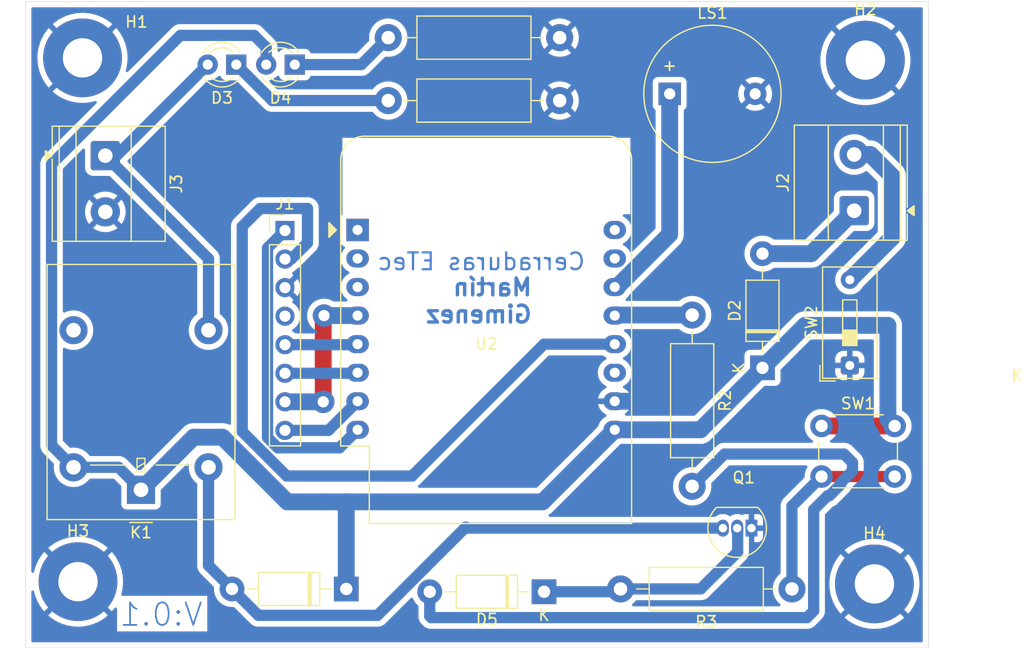
<source format=kicad_pcb>
(kicad_pcb (version 20241229) (generator "pcbnew") (generator_version "9.0")
  (layers (0 "F.Cu" signal) (2 "B.Cu" signal) (13 "F.Paste" user) (15 "B.Paste" user) (5 "F.SilkS" user "F.Silkscreen") (7 "B.SilkS" user "B.Silkscreen") (1 "F.Mask" user) (3 "B.Mask" user) (25 "Edge.Cuts" user))
  (net 0 "")
  (net 1 "+3.3V")
  (net 2 "GND")
  (net 3 "MISO")
  (net 4 "MOSI")
  (net 6 "SDA")
  (net 7 "SCK")
  (net 8 "RST")
  (net 10 "+5V")
  (net 13 "Net-(D3-A)")
  (net 14 "Net-(D1-A)")
  (net 17 "Net-(D2-A)")
  (net 18 "Net-(J2-Pin_2)")
  (net 19 "Net-(D3-K)")
  (net 21 "sout")
  (net 22 "D4")
  (net 23 "D2")
  (net 24 "Net-(D4-K)")
  (net 25 "Buzz")
  (net 26 "Net-(D5-A)")
  (net 27 "Net-(R3-Pad1)")
  (footprint "Connector_PinHeader_2.54mm:PinHeader_1x08_P2.54mm_Vertical" (layer "F.Cu") (at 223.8 108.36)
    (property "Reference" "J1" (at 0 -2.38 0) (layer "F.SilkS"))
    (property "Value" "RFID SENSOR")
    (fp_line (start -1.38 -1.38) (end 0 -1.38) (stroke (width 0.12)) (layer "F.SilkS"))
    (fp_line (start -1.38 0) (end -1.38 -1.38) (stroke (width 0.12)) (layer "F.SilkS"))
    (fp_line (start -1.38 1.27) (end -1.38 19.16) (stroke (width 0.12)) (layer "F.SilkS"))
    (fp_line (start -1.38 1.27) (end 1.38 1.27) (stroke (width 0.12)) (layer "F.SilkS"))
    (fp_line (start -1.38 19.16) (end 1.38 19.16) (stroke (width 0.12)) (layer "F.SilkS"))
    (fp_line (start 1.38 1.27) (end 1.38 19.16) (stroke (width 0.12)) (layer "F.SilkS"))
    (pad "1" thru_hole rect (at 0 0) (size 1.7 1.7) (drill 1) (layers "*.Cu" "*.Mask") (net 1 "+3.3V"))
    (pad "2" thru_hole circle (at 0 2.54) (size 1.7 1.7) (drill 1) (layers "*.Cu" "*.Mask") (net 8 "RST"))
    (pad "3" thru_hole circle (at 0 5.08) (size 1.7 1.7) (drill 1) (layers "*.Cu" "*.Mask") (net 2 "GND"))
    (pad "4" thru_hole circle (at 0 7.62) (size 1.7 1.7) (drill 1) (layers "*.Cu" "*.Mask"))
    (pad "5" thru_hole circle (at 0 10.16) (size 1.7 1.7) (drill 1) (layers "*.Cu" "*.Mask") (net 3 "MISO"))
    (pad "6" thru_hole circle (at 0 12.7) (size 1.7 1.7) (drill 1) (layers "*.Cu" "*.Mask") (net 4 "MOSI"))
    (pad "7" thru_hole circle (at 0 15.24) (size 1.7 1.7) (drill 1) (layers "*.Cu" "*.Mask") (net 7 "SCK"))
    (pad "8" thru_hole circle (at 0 17.78) (size 1.7 1.7) (drill 1) (layers "*.Cu" "*.Mask") (net 6 "SDA"))
  )
  (footprint "MountingHole:MountingHole_3.5mm_Pad" (layer "F.Cu") (at 276.2 139.8)
    (property "Reference" "H4" (at 0 -4.5 0) (layer "F.SilkS"))
    (property "Value" "MountingHole_Pad")
    (pad "1" thru_hole circle (at 0 0) (size 7 7) (drill 3.5) (layers "*.Cu" "*.Mask") (net 2 "GND"))
  )
  (footprint "TerminalBlock_Phoenix:TerminalBlock_Phoenix_MKDS-1,5-2_1x02_P5.00mm_Horizontal" (layer "F.Cu") (at 274.4 106.6 90)
    (property "Reference" "J2" (at 2.5 -6.32 90) (layer "F.SilkS"))
    (property "Value" "5v Input")
    (fp_line (start 7.62 -5.32) (end 7.62 4.72) (stroke (width 0.12)) (layer "F.SilkS"))
    (fp_line (start -2.62 -5.32) (end 7.62 -5.32) (stroke (width 0.12)) (layer "F.SilkS"))
    (fp_line (start -2.62 -5.32) (end -2.62 4.72) (stroke (width 0.12)) (layer "F.SilkS"))
    (fp_line (start -2.62 -2.3) (end 7.62 -2.3) (stroke (width 0.12)) (layer "F.SilkS"))
    (fp_line (start -2.62 2.6) (end 7.62 2.6) (stroke (width 0.12)) (layer "F.SilkS"))
    (fp_line (start -2.62 4.1) (end 7.62 4.1) (stroke (width 0.12)) (layer "F.SilkS"))
    (fp_line (start 0.3 4.72) (end 7.62 4.72) (stroke (width 0.12)) (layer "F.SilkS"))
    (fp_line (start -2.62 4.72) (end -0.3 4.72) (stroke (width 0.12)) (layer "F.SilkS"))
    (fp_poly (pts (xy 0 4.72) (xy 0.44 5.33) (xy -0.44 5.33)) (stroke (width 0.12)) (fill yes) (layer "F.SilkS"))
    (pad "1" thru_hole roundrect (at 0 0 90) (size 2.6 2.6) (drill 1.3) (layers "*.Cu" "*.Mask") (roundrect_rratio 0.096154) (net 17 "Net-(D2-A)"))
    (pad "2" thru_hole circle (at 5 0 90) (size 2.6 2.6) (drill 1.3) (layers "*.Cu" "*.Mask") (net 18 "Net-(J2-Pin_2)"))
  )
  (footprint "Resistor_THT:R_Axial_DIN0411_L9.9mm_D3.6mm_P15.24mm_Horizontal" (layer "F.Cu") (at 268.87 140.25 180)
    (property "Reference" "R3" (at 7.62 -2.92 0) (layer "F.SilkS"))
    (property "Value" "1k")
    (fp_line (start 13.8 0) (end 12.69 0) (stroke (width 0.12)) (layer "F.SilkS"))
    (fp_line (start 12.69 1.92) (end 12.69 -1.92) (stroke (width 0.12)) (layer "F.SilkS"))
    (fp_line (start 12.69 -1.92) (end 2.55 -1.92) (stroke (width 0.12)) (layer "F.SilkS"))
    (fp_line (start 2.55 1.92) (end 12.69 1.92) (stroke (width 0.12)) (layer "F.SilkS"))
    (fp_line (start 2.55 -1.92) (end 2.55 1.92) (stroke (width 0.12)) (layer "F.SilkS"))
    (fp_line (start 1.44 0) (end 2.55 0) (stroke (width 0.12)) (layer "F.SilkS"))
    (pad "1" thru_hole circle (at 0 0 180) (size 2.4 2.4) (drill 1.2) (layers "*.Cu" "*.Mask") (net 27 "Net-(R3-Pad1)"))
    (pad "2" thru_hole oval (at 15.24 0 180) (size 2.4 2.4) (drill 1.2) (layers "*.Cu" "*.Mask") (net 21 "sout"))
  )
  (footprint "Resistor_THT:R_Axial_DIN0411_L9.9mm_D3.6mm_P15.24mm_Horizontal" (layer "F.Cu") (at 260 115.88 -90)
    (property "Reference" "R2" (at 7.62 -2.92 90) (layer "F.SilkS"))
    (property "Value" "1k")
    (fp_line (start 2.55 1.92) (end 12.69 1.92) (stroke (width 0.12)) (layer "F.SilkS"))
    (fp_line (start 12.69 1.92) (end 12.69 -1.92) (stroke (width 0.12)) (layer "F.SilkS"))
    (fp_line (start 1.44 0) (end 2.55 0) (stroke (width 0.12)) (layer "F.SilkS"))
    (fp_line (start 13.8 0) (end 12.69 0) (stroke (width 0.12)) (layer "F.SilkS"))
    (fp_line (start 2.55 -1.92) (end 2.55 1.92) (stroke (width 0.12)) (layer "F.SilkS"))
    (fp_line (start 12.69 -1.92) (end 2.55 -1.92) (stroke (width 0.12)) (layer "F.SilkS"))
    (pad "1" thru_hole circle (at 0 0 270) (size 2.4 2.4) (drill 1.2) (layers "*.Cu" "*.Mask") (net 23 "D2"))
    (pad "2" thru_hole oval (at 15.24 0 270) (size 2.4 2.4) (drill 1.2) (layers "*.Cu" "*.Mask") (net 26 "Net-(D5-A)"))
  )
  (footprint "Package_TO_SOT_THT:TO-92_Inline" (layer "F.Cu") (at 265.27 134.84 180)
    (property "Reference" "Q1" (at 0.68 4.5 0) (layer "F.SilkS"))
    (property "Value" "2N3904")
    (fp_line (start -0.53 1.85) (end 3.07 1.85) (stroke (width 0.12)) (layer "F.SilkS"))
    (fp_arc (start 1.27 -2.6) (mid 3.672087 -0.994977) (end 3.108478 1.838478) (stroke (width 0.12)) (layer "F.SilkS"))
    (fp_arc (start -0.568478 1.838478) (mid -1.132087 -0.994977) (end 1.27 -2.6) (stroke (width 0.12)) (layer "F.SilkS"))
    (pad "1" thru_hole rect (at 0 0 180) (size 1.05 1.5) (drill 0.75) (layers "*.Cu" "*.Mask") (net 2 "GND"))
    (pad "2" thru_hole oval (at 1.27 0 180) (size 1.05 1.5) (drill 0.75) (layers "*.Cu" "*.Mask") (net 21 "sout"))
    (pad "3" thru_hole oval (at 2.54 0 180) (size 1.05 1.5) (drill 0.75) (layers "*.Cu" "*.Mask") (net 14 "Net-(D1-A)"))
  )
  (footprint "TerminalBlock_Phoenix:TerminalBlock_Phoenix_MKDS-1,5-2_1x02_P5.00mm_Horizontal" (layer "F.Cu") (at 207.8275 101.7 -90)
    (property "Reference" "J3" (at 2.5 -6.32 90) (layer "F.SilkS"))
    (property "Value" "5v output")
    (fp_line (start -2.62 4.72) (end -0.3 4.72) (stroke (width 0.12)) (layer "F.SilkS"))
    (fp_line (start 0.3 4.72) (end 7.62 4.72) (stroke (width 0.12)) (layer "F.SilkS"))
    (fp_line (start -2.62 4.1) (end 7.62 4.1) (stroke (width 0.12)) (layer "F.SilkS"))
    (fp_line (start -2.62 2.6) (end 7.62 2.6) (stroke (width 0.12)) (layer "F.SilkS"))
    (fp_line (start -2.62 -2.3) (end 7.62 -2.3) (stroke (width 0.12)) (layer "F.SilkS"))
    (fp_line (start -2.62 -5.32) (end -2.62 4.72) (stroke (width 0.12)) (layer "F.SilkS"))
    (fp_line (start -2.62 -5.32) (end 7.62 -5.32) (stroke (width 0.12)) (layer "F.SilkS"))
    (fp_line (start 7.62 -5.32) (end 7.62 4.72) (stroke (width 0.12)) (layer "F.SilkS"))
    (fp_poly (pts (xy 0 4.72) (xy 0.44 5.33) (xy -0.44 5.33)) (stroke (width 0.12)) (fill yes) (layer "F.SilkS"))
    (pad "1" thru_hole roundrect (at 0 0 270) (size 2.6 2.6) (drill 1.3) (layers "*.Cu" "*.Mask") (roundrect_rratio 0.096154) (net 13 "Net-(D3-A)"))
    (pad "2" thru_hole circle (at 5 0 270) (size 2.6 2.6) (drill 1.3) (layers "*.Cu" "*.Mask") (net 2 "GND"))
  )
  (footprint "Diode_THT:D_DO-41_SOD81_P10.16mm_Horizontal" (layer "F.Cu") (at 246.83 140.5 180)
    (property "Reference" "D5" (at 5.08 -2.47 0) (layer "F.SilkS"))
    (property "Value" "1N4007")
    (fp_line (start 8.82 0) (end 7.8 0) (stroke (width 0.12)) (layer "F.SilkS"))
    (fp_line (start 7.8 1.47) (end 7.8 -1.47) (stroke (width 0.12)) (layer "F.SilkS"))
    (fp_line (start 7.8 -1.47) (end 2.36 -1.47) (stroke (width 0.12)) (layer "F.SilkS"))
    (fp_line (start 3.38 -1.47) (end 3.38 1.47) (stroke (width 0.12)) (layer "F.SilkS"))
    (fp_line (start 3.26 -1.47) (end 3.26 1.47) (stroke (width 0.12)) (layer "F.SilkS"))
    (fp_line (start 3.14 -1.47) (end 3.14 1.47) (stroke (width 0.12)) (layer "F.SilkS"))
    (fp_line (start 2.36 1.47) (end 7.8 1.47) (stroke (width 0.12)) (layer "F.SilkS"))
    (fp_line (start 2.36 -1.47) (end 2.36 1.47) (stroke (width 0.12)) (layer "F.SilkS"))
    (fp_line (start 1.34 0) (end 2.36 0) (stroke (width 0.12)) (layer "F.SilkS"))
    (fp_text user "K" (at 0 -2.1 0) (layer "F.SilkS"))
    (pad "1" thru_hole rect (at 0 0 180) (size 2.2 2.2) (drill 1.1) (layers "*.Cu" "*.Mask") (net 21 "sout"))
    (pad "2" thru_hole oval (at 10.16 0 180) (size 2.2 2.2) (drill 1.1) (layers "*.Cu" "*.Mask") (net 26 "Net-(D5-A)"))
  )
  (footprint "Diode_THT:D_DO-41_SOD81_P10.16mm_Horizontal" (layer "F.Cu") (at 266.25 120.58 90)
    (property "Reference" "D2" (at 5.08 -2.47 90) (layer "F.SilkS"))
    (property "Value" "1N5819")
    (fp_line (start 7.8 -1.47) (end 2.36 -1.47) (stroke (width 0.12)) (layer "F.SilkS"))
    (fp_line (start 3.38 -1.47) (end 3.38 1.47) (stroke (width 0.12)) (layer "F.SilkS"))
    (fp_line (start 3.26 -1.47) (end 3.26 1.47) (stroke (width 0.12)) (layer "F.SilkS"))
    (fp_line (start 3.14 -1.47) (end 3.14 1.47) (stroke (width 0.12)) (layer "F.SilkS"))
    (fp_line (start 2.36 -1.47) (end 2.36 1.47) (stroke (width 0.12)) (layer "F.SilkS"))
    (fp_line (start 8.82 0) (end 7.8 0) (stroke (width 0.12)) (layer "F.SilkS"))
    (fp_line (start 1.34 0) (end 2.36 0) (stroke (width 0.12)) (layer "F.SilkS"))
    (fp_line (start 7.8 1.47) (end 7.8 -1.47) (stroke (width 0.12)) (layer "F.SilkS"))
    (fp_line (start 2.36 1.47) (end 7.8 1.47) (stroke (width 0.12)) (layer "F.SilkS"))
    (fp_text user "K" (at 0 -2.1 90) (layer "F.SilkS"))
    (pad "1" thru_hole rect (at 0 0 90) (size 2.2 2.2) (drill 1.1) (layers "*.Cu" "*.Mask") (net 10 "+5V"))
    (pad "2" thru_hole oval (at 10.16 0 90) (size 2.2 2.2) (drill 1.1) (layers "*.Cu" "*.Mask") (net 17 "Net-(D2-A)"))
  )
  (footprint "RF_Module:WEMOS_D1_mini_light" (layer "F.Cu") (at 230.255 108.31)
    (property "Reference" "U2" (at 11.445 10.14 0) (layer "F.SilkS"))
    (property "Value" "WEMOS_D1_mini")
    (fp_line (start -1.5 19.22) (end -1.5 -6.21) (stroke (width 0.12)) (layer "F.SilkS"))
    (fp_line (start -1.5 19.22) (end 1.04 19.22) (stroke (width 0.12)) (layer "F.SilkS"))
    (fp_line (start 1.04 19.22) (end 1.04 26.12) (stroke (width 0.12)) (layer "F.SilkS"))
    (fp_line (start 1.04 26.12) (end 24.36 26.12) (stroke (width 0.12)) (layer "F.SilkS"))
    (fp_line (start 22.24 -8.34) (end 0.63 -8.34) (stroke (width 0.12)) (layer "F.SilkS"))
    (fp_line (start 24.36 26.12) (end 24.36 -6.21) (stroke (width 0.12)) (layer "F.SilkS"))
    (fp_arc (start -1.5 -6.21) (mid -0.876137 -7.716137) (end 0.63 -8.34) (stroke (width 0.12)) (layer "F.SilkS"))
    (fp_arc (start 22.23 -8.34) (mid 23.736137 -7.716137) (end 24.36 -6.21) (stroke (width 0.12)) (layer "F.SilkS"))
    (fp_poly (pts (xy -2.54 -0.635) (xy -2.54 0.635) (xy -1.905 0)) (stroke (width 0.15)) (fill yes) (layer "F.SilkS"))
    (pad "1" thru_hole rect (at 0 0) (size 2 2) (drill 0.9) (layers "*.Cu" "*.Mask"))
    (pad "2" thru_hole oval (at 0 2.54) (size 2 1.6) (drill 0.9) (layers "*.Cu" "*.Mask"))
    (pad "3" thru_hole oval (at 0 5.08) (size 2 1.6) (drill 0.9) (layers "*.Cu" "*.Mask"))
    (pad "4" thru_hole oval (at 0 7.62) (size 2 1.6) (drill 0.9) (layers "*.Cu" "*.Mask") (net 7 "SCK"))
    (pad "5" thru_hole oval (at 0 10.16) (size 2 1.6) (drill 0.9) (layers "*.Cu" "*.Mask") (net 3 "MISO"))
    (pad "6" thru_hole oval (at 0 12.7) (size 2 1.6) (drill 0.9) (layers "*.Cu" "*.Mask") (net 4 "MOSI"))
    (pad "7" thru_hole oval (at 0 15.24) (size 2 1.6) (drill 0.9) (layers "*.Cu" "*.Mask") (net 6 "SDA"))
    (pad "8" thru_hole oval (at 0 17.78) (size 2 1.6) (drill 0.9) (layers "*.Cu" "*.Mask") (net 1 "+3.3V"))
    (pad "9" thru_hole oval (at 22.86 17.78) (size 2 1.6) (drill 0.9) (layers "*.Cu" "*.Mask") (net 10 "+5V"))
    (pad "10" thru_hole oval (at 22.86 15.24) (size 2 1.6) (drill 0.9) (layers "*.Cu" "*.Mask") (net 2 "GND"))
    (pad "11" thru_hole oval (at 22.86 12.7) (size 2 1.6) (drill 0.9) (layers "*.Cu" "*.Mask") (net 22 "D4"))
    (pad "12" thru_hole oval (at 22.86 10.16) (size 2 1.6) (drill 0.9) (layers "*.Cu" "*.Mask") (net 8 "RST"))
    (pad "13" thru_hole oval (at 22.86 7.62) (size 2 1.6) (drill 0.9) (layers "*.Cu" "*.Mask") (net 23 "D2"))
    (pad "14" thru_hole oval (at 22.86 5.08) (size 2 1.6) (drill 0.9) (layers "*.Cu" "*.Mask") (net 25 "Buzz"))
    (pad "15" thru_hole oval (at 22.86 2.54) (size 2 1.6) (drill 0.9) (layers "*.Cu" "*.Mask"))
    (pad "16" thru_hole oval (at 22.86 0) (size 2 1.6) (drill 0.9) (layers "*.Cu" "*.Mask"))
    (zone (net 0) (net_name "") (layers "F.Cu" "B.Cu" "Dwgs.User") (name "No Copper") (connect_pads (clearance 0)) (min_thickness 0.25)
      (keepout (tracks not_allowed) (vias not_allowed) (pads not_allowed) (copperpour not_allowed) (footprints not_allowed))
      (fill (thermal_gap 0.5) (thermal_bridge_width 0.5))
      (polygon (pts (xy 228.905 100.11) (xy 254.505 100.11) (xy 254.505 106.91) (xy 228.905 106.91)))
    )
  )
  (footprint "Button_Switch_THT:SW_DIP_SPSTx01_Slide_9.78x4.72mm_W7.62mm_P2.54mm" (layer "F.Cu") (at 274.0125 120.3675 90)
    (property "Reference" "SW2" (at 3.81 -3.42 90) (layer "F.SilkS"))
    (property "Value" "SW_SPST")
    (fp_line (start -1.38 -2.66) (end 0.003 -2.66) (stroke (width 0.12)) (layer "F.SilkS"))
    (fp_line (start -1.38 -2.66) (end -1.38 -1.277) (stroke (width 0.12)) (layer "F.SilkS"))
    (fp_line (start 8.76 -2.42) (end 8.76 2.42) (stroke (width 0.12)) (layer "F.SilkS"))
    (fp_line (start -1.14 -2.42) (end 8.76 -2.42) (stroke (width 0.12)) (layer "F.SilkS"))
    (fp_line (start -1.14 -2.42) (end -1.14 2.42) (stroke (width 0.12)) (layer "F.SilkS"))
    (fp_line (start 3.133333 -0.635) (end 3.133333 0.635) (stroke (width 0.12)) (layer "F.SilkS"))
    (fp_line (start -1.14 2.42) (end 8.76 2.42) (stroke (width 0.12)) (layer "F.SilkS"))
    (fp_rect (start 1.78 -0.635) (end 5.84 0.635) (stroke (width 0.12)) (fill no) (layer "F.SilkS"))
    (fp_rect (start 1.78 -0.635) (end 3.133333 0.635) (stroke (width 0.12)) (fill yes) (layer "F.SilkS"))
    (pad "1" thru_hole roundrect (at 0 0 90) (size 1.6 1.6) (drill 0.8) (layers "*.Cu" "*.Mask") (roundrect_rratio 0.15625) (net 2 "GND"))
    (pad "2" thru_hole circle (at 7.62 0 90) (size 1.6 1.6) (drill 0.8) (layers "*.Cu" "*.Mask") (net 18 "Net-(J2-Pin_2)"))
  )
  (footprint "MountingHole:MountingHole_3.5mm_Pad" (layer "F.Cu") (at 205.8 93)
    (property "Reference" "H1" (at 4.8 -3.2 0) (layer "F.SilkS"))
    (property "Value" "MountingHole_Pad")
    (pad "1" thru_hole circle (at 0 0) (size 7 7) (drill 3.5) (layers "*.Cu" "*.Mask") (net 2 "GND"))
  )
  (footprint "Diode_THT:D_DO-41_SOD81_P10.16mm_Horizontal" (layer "F.Cu") (at 229.25 140.25 180)
    (property "Reference" "D1" (hide yes))
    (property "Value" "1N4007" (hide yes))
    (fp_line (start 8.82 0) (end 7.8 0) (stroke (width 0.12)) (layer "F.SilkS"))
    (fp_line (start 7.8 1.47) (end 7.8 -1.47) (stroke (width 0.12)) (layer "F.SilkS"))
    (fp_line (start 7.8 -1.47) (end 2.36 -1.47) (stroke (width 0.12)) (layer "F.SilkS"))
    (fp_line (start 3.38 -1.47) (end 3.38 1.47) (stroke (width 0.12)) (layer "F.SilkS"))
    (fp_line (start 3.26 -1.47) (end 3.26 1.47) (stroke (width 0.12)) (layer "F.SilkS"))
    (fp_line (start 3.14 -1.47) (end 3.14 1.47) (stroke (width 0.12)) (layer "F.SilkS"))
    (fp_line (start 2.36 1.47) (end 7.8 1.47) (stroke (width 0.12)) (layer "F.SilkS"))
    (fp_line (start 2.36 -1.47) (end 2.36 1.47) (stroke (width 0.12)) (layer "F.SilkS"))
    (fp_line (start 1.34 0) (end 2.36 0) (stroke (width 0.12)) (layer "F.SilkS"))
    (fp_text user "K" (at -59.63 18.995 0) (layer "F.SilkS"))
    (pad "1" thru_hole rect (at 0 0 180) (size 2.2 2.2) (drill 1.1) (layers "*.Cu" "*.Mask") (net 10 "+5V"))
    (pad "2" thru_hole oval (at 10.16 0 180) (size 2.2 2.2) (drill 1.1) (layers "*.Cu" "*.Mask") (net 14 "Net-(D1-A)"))
  )
  (footprint "MountingHole:MountingHole_3.5mm_Pad" (layer "F.Cu") (at 275.4 93.2)
    (property "Reference" "H2" (at 0 -4.5 0) (layer "F.SilkS"))
    (property "Value" "MountingHole_Pad")
    (pad "1" thru_hole circle (at 0 0) (size 7 7) (drill 3.5) (layers "*.Cu" "*.Mask") (net 2 "GND"))
  )
  (footprint "LED_THT:LED_D3.0mm" (layer "F.Cu") (at 219.47 93.6 180)
    (property "Reference" "D3" (at 1.27 -2.96 0) (layer "F.SilkS"))
    (property "Value" "LED")
    (fp_line (start -0.29 1.08) (end -0.29 1.236) (stroke (width 0.12)) (layer "F.SilkS"))
    (fp_line (start -0.29 -1.236) (end -0.29 -1.08) (stroke (width 0.12)) (layer "F.SilkS"))
    (fp_arc (start 2.941397 1.080061) (mid 1.365624 1.987701) (end -0.29 1.235516) (stroke (width 0.12)) (layer "F.SilkS"))
    (fp_arc (start 2.31091 1.080049) (mid 1.269964 1.5) (end 0.229039 1.08) (stroke (width 0.12)) (layer "F.SilkS"))
    (fp_arc (start 0.229039 -1.08) (mid 1.269964 -1.5) (end 2.31091 -1.080049) (stroke (width 0.12)) (layer "F.SilkS"))
    (fp_arc (start -0.29 -1.235516) (mid 1.365624 -1.987701) (end 2.941397 -1.080061) (stroke (width 0.12)) (layer "F.SilkS"))
    (pad "1" thru_hole rect (at 0 0 180) (size 1.8 1.8) (drill 0.9) (layers "*.Cu" "*.Mask") (net 19 "Net-(D3-K)"))
    (pad "2" thru_hole circle (at 2.54 0 180) (size 1.8 1.8) (drill 0.9) (layers "*.Cu" "*.Mask") (net 13 "Net-(D3-A)"))
  )
  (footprint "Resistor_THT:R_Axial_DIN0411_L9.9mm_D3.6mm_P15.24mm_Horizontal" (layer "F.Cu") (at 248.22 96.8 180)
    (property "Reference" "R4" (hide yes))
    (property "Value" "220")
    (fp_line (start 13.8 0) (end 12.69 0) (stroke (width 0.12)) (layer "F.SilkS"))
    (fp_line (start 12.69 1.92) (end 12.69 -1.92) (stroke (width 0.12)) (layer "F.SilkS"))
    (fp_line (start 12.69 -1.92) (end 2.55 -1.92) (stroke (width 0.12)) (layer "F.SilkS"))
    (fp_line (start 2.55 1.92) (end 12.69 1.92) (stroke (width 0.12)) (layer "F.SilkS"))
    (fp_line (start 2.55 -1.92) (end 2.55 1.92) (stroke (width 0.12)) (layer "F.SilkS"))
    (fp_line (start 1.44 0) (end 2.55 0) (stroke (width 0.12)) (layer "F.SilkS"))
    (pad "1" thru_hole circle (at 0 0 180) (size 2.4 2.4) (drill 1.2) (layers "*.Cu" "*.Mask") (net 2 "GND"))
    (pad "2" thru_hole oval (at 15.24 0 180) (size 2.4 2.4) (drill 1.2) (layers "*.Cu" "*.Mask") (net 19 "Net-(D3-K)"))
  )
  (footprint "LED_THT:LED_D3.0mm" (layer "F.Cu") (at 224.67 93.6 180)
    (property "Reference" "D4" (at 1.27 -2.96 0) (layer "F.SilkS"))
    (property "Value" "LED")
    (fp_line (start -0.29 1.08) (end -0.29 1.236) (stroke (width 0.12)) (layer "F.SilkS"))
    (fp_line (start -0.29 -1.236) (end -0.29 -1.08) (stroke (width 0.12)) (layer "F.SilkS"))
    (fp_arc (start 2.941397 1.080061) (mid 1.365624 1.987701) (end -0.29 1.235516) (stroke (width 0.12)) (layer "F.SilkS"))
    (fp_arc (start 2.31091 1.080049) (mid 1.269964 1.5) (end 0.229039 1.08) (stroke (width 0.12)) (layer "F.SilkS"))
    (fp_arc (start 0.229039 -1.08) (mid 1.269964 -1.5) (end 2.31091 -1.080049) (stroke (width 0.12)) (layer "F.SilkS"))
    (fp_arc (start -0.29 -1.235516) (mid 1.365624 -1.987701) (end 2.941397 -1.080061) (stroke (width 0.12)) (layer "F.SilkS"))
    (pad "1" thru_hole rect (at 0 0 180) (size 1.8 1.8) (drill 0.9) (layers "*.Cu" "*.Mask") (net 24 "Net-(D4-K)"))
    (pad "2" thru_hole circle (at 2.54 0 180) (size 1.8 1.8) (drill 0.9) (layers "*.Cu" "*.Mask") (net 10 "+5V"))
  )
  (footprint "Relay_THT:Relay_SPDT_Omron-G5LE-1" (layer "F.Cu") (at 211 131.4275 180)
    (property "Reference" "K1" (at 0 -3.8 0) (layer "F.SilkS"))
    (property "Value" "G5LE-1")
    (fp_line (start 8.35 20.05) (end 8.35 -2.65) (stroke (width 0.12)) (layer "F.SilkS"))
    (fp_line (start 8.35 -2.65) (end -8.35 -2.65) (stroke (width 0.12)) (layer "F.SilkS"))
    (fp_line (start 1.35 2.2) (end 4.5 2.2) (stroke (width 0.12)) (layer "F.SilkS"))
    (fp_line (start 0.35 2.8) (end 0.35 1.6) (stroke (width 0.12)) (layer "F.SilkS"))
    (fp_line (start 0.35 1.6) (end -0.35 1.6) (stroke (width 0.12)) (layer "F.SilkS"))
    (fp_line (start -0.35 2.8) (end 0.35 2.8) (stroke (width 0.12)) (layer "F.SilkS"))
    (fp_line (start -0.35 2.4) (end 0.35 2) (stroke (width 0.12)) (layer "F.SilkS"))
    (fp_line (start -0.35 1.6) (end -0.35 2.8) (stroke (width 0.12)) (layer "F.SilkS"))
    (fp_line (start -1 -2.91) (end 1 -2.91) (stroke (width 0.12)) (layer "F.SilkS"))
    (fp_line (start -4.5 2.2) (end -1.35 2.2) (stroke (width 0.12)) (layer "F.SilkS"))
    (fp_line (start -8.35 20.05) (end 8.35 20.05) (stroke (width 0.12)) (layer "F.SilkS"))
    (fp_line (start -8.35 -2.65) (end -8.35 20.05) (stroke (width 0.12)) (layer "F.SilkS"))
    (pad "1" thru_hole rect (at 0 0 180) (size 2.5 2.5) (drill 1.3) (layers "*.Cu" "*.Mask") (net 10 "+5V"))
    (pad "2" thru_hole oval (at -6 2 180) (size 2.5 2.5) (drill 1.3) (layers "*.Cu" "*.Mask") (net 14 "Net-(D1-A)"))
    (pad "3" thru_hole oval (at -6 14.2 180) (size 2.5 2.5) (drill 1.3) (layers "*.Cu" "*.Mask") (net 13 "Net-(D3-A)"))
    (pad "4" thru_hole oval (at 6 14.2 180) (size 2.5 2.5) (drill 1.3) (layers "*.Cu" "*.Mask"))
    (pad "5" thru_hole oval (at 6 2 180) (size 2.5 2.5) (drill 1.3) (layers "*.Cu" "*.Mask") (net 10 "+5V"))
  )
  (footprint "Button_Switch_THT:SW_PUSH_6mm_H8mm" (layer "F.Cu") (at 271.5 125.75)
    (property "Reference" "SW1" (at 3.25 -2 0) (layer "F.SilkS"))
    (property "Value" "SW_Push")
    (fp_line (start -0.25 1.5) (end -0.25 3) (stroke (width 0.12)) (layer "F.SilkS"))
    (fp_line (start 1 5.5) (end 5.5 5.5) (stroke (width 0.12)) (layer "F.SilkS"))
    (fp_line (start 5.5 -1) (end 1 -1) (stroke (width 0.12)) (layer "F.SilkS"))
    (fp_line (start 6.75 3) (end 6.75 1.5) (stroke (width 0.12)) (layer "F.SilkS"))
    (pad "1" thru_hole circle (at 0 0 90) (size 2 2) (drill 1.1) (layers "*.Cu" "*.Mask") (net 10 "+5V"))
    (pad "1" thru_hole circle (at 6.5 0 90) (size 2 2) (drill 1.1) (layers "*.Cu" "*.Mask") (net 10 "+5V"))
    (pad "2" thru_hole circle (at 0 4.5 90) (size 2 2) (drill 1.1) (layers "*.Cu" "*.Mask") (net 27 "Net-(R3-Pad1)"))
    (pad "2" thru_hole circle (at 6.5 4.5 90) (size 2 2) (drill 1.1) (layers "*.Cu" "*.Mask") (net 27 "Net-(R3-Pad1)"))
  )
  (footprint "MountingHole:MountingHole_3.5mm_Pad" (layer "F.Cu") (at 205.4 139.6)
    (property "Reference" "H3" (at 0 -4.5 0) (layer "F.SilkS"))
    (property "Value" "MountingHole_Pad")
    (pad "1" thru_hole circle (at 0 0) (size 7 7) (drill 3.5) (layers "*.Cu" "*.Mask") (net 2 "GND"))
  )
  (footprint "Buzzer_Beeper:Buzzer_12x9.5RM7.6" (layer "F.Cu") (at 258 96.2)
    (property "Reference" "LS1" (at 3.8 -7.2 0) (layer "F.SilkS"))
    (property "Value" "Speaker")
    (fp_circle (center 3.8 0) (end 9.9 0) (stroke (width 0.12)) (fill no) (layer "F.SilkS"))
    (fp_text user "+" (at -0.01 -2.54 0) (layer "F.SilkS"))
    (pad "1" thru_hole rect (at 0 0) (size 2 2) (drill 1) (layers "*.Cu" "*.Mask") (net 25 "Buzz"))
    (pad "2" thru_hole circle (at 7.6 0) (size 2 2) (drill 1) (layers "*.Cu" "*.Mask") (net 2 "GND"))
  )
  (footprint "Resistor_THT:R_Axial_DIN0411_L9.9mm_D3.6mm_P15.24mm_Horizontal" (layer "F.Cu") (at 248.22 91.2 180)
    (property "Reference" "R5" (hide yes))
    (property "Value" "220")
    (fp_line (start 13.8 0) (end 12.69 0) (stroke (width 0.12)) (layer "F.SilkS"))
    (fp_line (start 12.69 1.92) (end 12.69 -1.92) (stroke (width 0.12)) (layer "F.SilkS"))
    (fp_line (start 12.69 -1.92) (end 2.55 -1.92) (stroke (width 0.12)) (layer "F.SilkS"))
    (fp_line (start 2.55 1.92) (end 12.69 1.92) (stroke (width 0.12)) (layer "F.SilkS"))
    (fp_line (start 2.55 -1.92) (end 2.55 1.92) (stroke (width 0.12)) (layer "F.SilkS"))
    (fp_line (start 1.44 0) (end 2.55 0) (stroke (width 0.12)) (layer "F.SilkS"))
    (pad "1" thru_hole circle (at 0 0 180) (size 2.4 2.4) (drill 1.2) (layers "*.Cu" "*.Mask") (net 2 "GND"))
    (pad "2" thru_hole oval (at 15.24 0 180) (size 2.4 2.4) (drill 1.2) (layers "*.Cu" "*.Mask") (net 24 "Net-(D4-K)"))
  )
  (gr_rect (start 200.75 88) (end 281 145.5) (stroke (width 0.05)) (fill no) (layer "Edge.Cuts"))
  (gr_text "Cerraduras ETec\n" (at 250.6 112 0) (layer "B.Cu") (effects (font (size 1.5 1.5) (thickness 0.2) (bold yes)) (justify left bottom mirror)))
  (gr_text "Martín \nGimenez" (at 245.9 116.7 0) (layer "B.Cu") (effects (font (size 1.5 1.5) (thickness 0.3) (bold yes)) (justify left bottom mirror)))
  (gr_text "V:0.1" (at 216.6 143.7 0) (layer "B.Cu") (effects (font (size 2 2)) (justify left bottom mirror)))
  (segment (start 222.249 126.782446) (end 223.157554 127.691) (width 1) (layer "B.Cu") (net 1))
  (segment (start 223.8 108.36) (end 222.249 109.911) (width 1) (layer "B.Cu") (net 1))
  (segment (start 228.654 127.691) (end 230.255 126.09) (width 1) (layer "B.Cu") (net 1))
  (segment (start 223.157554 127.691) (end 228.654 127.691) (width 1) (layer "B.Cu") (net 1))
  (segment (start 222.249 109.911) (end 222.249 126.782446) (width 1) (layer "B.Cu") (net 1))
  (segment (start 253.115 123.55) (end 255.2 123.55) (width 1.5) (layer "B.Cu") (net 2))
  (segment (start 255.2 123.55) (end 255.25 123.5) (width 1.5) (layer "B.Cu") (net 2))
  (segment (start 230.205 118.52) (end 230.255 118.47) (width 1) (layer "B.Cu") (net 3))
  (segment (start 223.8 118.52) (end 230.205 118.52) (width 1) (layer "B.Cu") (net 3))
  (segment (start 223.8 121.06) (end 230.205 121.06) (width 1) (layer "B.Cu") (net 4))
  (segment (start 230.205 121.06) (end 230.255 121.01) (width 1) (layer "B.Cu") (net 4))
  (segment (start 223.8 126.14) (end 227.665 126.14) (width 1) (layer "B.Cu") (net 6))
  (segment (start 227.665 126.14) (end 230.255 123.55) (width 1) (layer "B.Cu") (net 6))
  (segment (start 227.2 116) (end 227.2 123.6) (width 1.5) (layer "F.Cu") (net 7))
  (via (at 227.27 115.93) (size 2) (drill 1) (layers "F.Cu" "B.Cu") (net 7))
  (via (at 227.2 123.6) (size 2) (drill 1) (layers "F.Cu" "B.Cu") (net 7))
  (segment (start 227.27 115.93) (end 230.255 115.93) (width 1.5) (layer "B.Cu") (net 7))
  (segment (start 227.27 115.93) (end 227.2 116) (width 1.5) (layer "B.Cu") (net 7))
  (segment (start 223.8 123.6) (end 227.2 123.6) (width 1.5) (layer "B.Cu") (net 7))
  (segment (start 221.6 106.4) (end 220 108) (width 1) (layer "B.Cu") (net 8))
  (segment (start 246.83 118.47) (end 253.115 118.47) (width 1) (layer "B.Cu") (net 8))
  (segment (start 223.95 130.2) (end 235.1 130.2) (width 1) (layer "B.Cu") (net 8))
  (segment (start 225.8 109.462) (end 225.8 106.4) (width 1) (layer "B.Cu") (net 8))
  (segment (start 220 108) (end 220 126.25) (width 1) (layer "B.Cu") (net 8))
  (segment (start 225.8 106.4) (end 221.6 106.4) (width 1) (layer "B.Cu") (net 8))
  (segment (start 235.1 130.2) (end 246.83 118.47) (width 1) (layer "B.Cu") (net 8))
  (segment (start 220 126.25) (end 223.95 130.2) (width 1) (layer "B.Cu") (net 8))
  (segment (start 223.8 110.9) (end 224.362 110.9) (width 1) (layer "B.Cu") (net 8))
  (segment (start 224.362 110.9) (end 225.8 109.462) (width 1) (layer "B.Cu") (net 8))
  (segment (start 271.5 125.75) (end 278 125.75) (width 1.5) (layer "F.Cu") (net 10))
  (segment (start 222.13 92.07) (end 221.06 91) (width 1) (layer "B.Cu") (net 10))
  (segment (start 221.06 91) (end 214.5 91) (width 1) (layer "B.Cu") (net 10))
  (segment (start 246.705 132.5) (end 229.25 132.5) (width 1.5) (layer "B.Cu") (net 10))
  (segment (start 203.049 102.451) (end 203.049 127.4765) (width 1) (layer "B.Cu") (net 10))
  (segment (start 218.25 126.75) (end 215.6775 126.75) (width 1.5) (layer "B.Cu") (net 10))
  (segment (start 271.5 125.75) (end 271.42 125.75) (width 1.5) (layer "B.Cu") (net 10))
  (segment (start 229.25 140.25) (end 229.25 132.5) (width 1.5) (layer "B.Cu") (net 10))
  (segment (start 215.6775 126.75) (end 211 131.4275) (width 1.5) (layer "B.Cu") (net 10))
  (segment (start 222.13 93.6) (end 222.13 92.07) (width 1) (layer "B.Cu") (net 10))
  (segment (start 224 132.5) (end 218.25 126.75) (width 1.5) (layer "B.Cu") (net 10))
  (segment (start 227.5 132.5) (end 224 132.5) (width 1.5) (layer "B.Cu") (net 10))
  (segment (start 253.115 126.09) (end 246.705 132.5) (width 1.5) (layer "B.Cu") (net 10))
  (segment (start 205 129.4275) (end 209 129.4275) (width 1) (layer "B.Cu") (net 10))
  (segment (start 277.4 125.15) (end 277.4 116.8) (width 1.5) (layer "B.Cu") (net 10))
  (segment (start 277.4 116.8) (end 270.03 116.8) (width 1.5) (layer "B.Cu") (net 10))
  (segment (start 203.049 127.4765) (end 205 129.4275) (width 1) (layer "B.Cu") (net 10))
  (segment (start 260.74 126.09) (end 266.25 120.58) (width 1.5) (layer "B.Cu") (net 10))
  (segment (start 229.25 132.5) (end 227.5 132.5) (width 1.5) (layer "B.Cu") (net 10))
  (segment (start 278 125.75) (end 277.4 125.15) (width 1.5) (layer "B.Cu") (net 10))
  (segment (start 253.115 126.09) (end 260.74 126.09) (width 1.5) (layer "B.Cu") (net 10))
  (segment (start 270.03 116.8) (end 266.25 120.58) (width 1.5) (layer "B.Cu") (net 10))
  (segment (start 214.5 91) (end 203.049 102.451) (width 1) (layer "B.Cu") (net 10))
  (segment (start 209 129.4275) (end 211 131.4275) (width 1) (layer "B.Cu") (net 10))
  (segment (start 207.8275 101.7) (end 217 110.8725) (width 1) (layer "B.Cu") (net 13))
  (segment (start 217 110.8725) (end 217 117.2275) (width 1) (layer "B.Cu") (net 13))
  (segment (start 208.83 101.7) (end 207.8275 101.7) (width 1) (layer "B.Cu") (net 13))
  (segment (start 216.93 93.6) (end 208.83 101.7) (width 1) (layer "B.Cu") (net 13))
  (segment (start 217 138.16) (end 219.09 140.25) (width 1) (layer "B.Cu") (net 14))
  (segment (start 262.73 134.84) (end 239.963001 134.84) (width 1) (layer "B.Cu") (net 14))
  (segment (start 221.44 142.6) (end 232.023001 142.6) (width 1) (layer "B.Cu") (net 14))
  (segment (start 217 129.4275) (end 217 138.16) (width 1) (layer "B.Cu") (net 14))
  (segment (start 219.09 140.25) (end 221.44 142.6) (width 1) (layer "B.Cu") (net 14))
  (segment (start 232.023001 142.6) (end 239.873001 134.75) (width 1) (layer "B.Cu") (net 14))
  (segment (start 239.963001 134.84) (end 239.873001 134.75) (width 1) (layer "B.Cu") (net 14))
  (segment (start 266.25 110.42) (end 270.58 110.42) (width 1.5) (layer "B.Cu") (net 17))
  (segment (start 270.58 110.42) (end 274.4 106.6) (width 1.5) (layer "B.Cu") (net 17))
  (segment (start 277.75 103.5) (end 277.75 109.01) (width 1.5) (layer "B.Cu") (net 18))
  (segment (start 274.4 101.6) (end 275.85 101.6) (width 1.5) (layer "B.Cu") (net 18))
  (segment (start 275.85 101.6) (end 277.75 103.5) (width 1.5) (layer "B.Cu") (net 18))
  (segment (start 277.75 109.01) (end 274.0125 112.7475) (width 1.5) (layer "B.Cu") (net 18))
  (segment (start 222.67 96.8) (end 232.98 96.8) (width 1) (layer "B.Cu") (net 19))
  (segment (start 219.47 93.6) (end 222.67 96.8) (width 1) (layer "B.Cu") (net 19))
  (segment (start 253.38 140.5) (end 253.63 140.25) (width 1) (layer "B.Cu") (net 21))
  (segment (start 264.044 134.884) (end 264.044 136.956) (width 1) (layer "B.Cu") (net 21))
  (segment (start 260.75 140.25) (end 253.63 140.25) (width 1) (layer "B.Cu") (net 21))
  (segment (start 264 134.84) (end 264.044 134.884) (width 1) (layer "B.Cu") (net 21))
  (segment (start 264.044 136.956) (end 260.75 140.25) (width 1) (layer "B.Cu") (net 21))
  (segment (start 246.83 140.5) (end 253.38 140.5) (width 1) (layer "B.Cu") (net 21))
  (segment (start 253.165 115.88) (end 253.115 115.93) (width 1.5) (layer "B.Cu") (net 23))
  (segment (start 253.251288 115.93) (end 253.115 115.93) (width 1.5) (layer "B.Cu") (net 23))
  (segment (start 260 115.88) (end 253.165 115.88) (width 1.5) (layer "B.Cu") (net 23))
  (segment (start 224.67 93.6) (end 230.58 93.6) (width 1) (layer "B.Cu") (net 24))
  (segment (start 230.58 93.6) (end 232.98 91.2) (width 1) (layer "B.Cu") (net 24))
  (segment (start 253.115 113.39) (end 253.315 113.39) (width 1.5) (layer "B.Cu") (net 25))
  (segment (start 258 108.705) (end 258 96.2) (width 1.5) (layer "B.Cu") (net 25))
  (segment (start 253.315 113.39) (end 258 108.705) (width 1.5) (layer "B.Cu") (net 25))
  (segment (start 236.67 140.5) (end 236.67 142.67) (width 1) (layer "B.Cu") (net 26))
  (segment (start 236.67 142.67) (end 236.8 142.8) (width 1) (layer "B.Cu") (net 26))
  (segment (start 274.25 129.75) (end 274.25 129) (width 1) (layer "B.Cu") (net 26))
  (segment (start 273.5 128.25) (end 262.87 128.25) (width 1) (layer "B.Cu") (net 26))
  (segment (start 273.201 130.799) (end 274.25 129.75) (width 1) (layer "B.Cu") (net 26))
  (segment (start 273.201 130.954578) (end 273.201 130.799) (width 1) (layer "B.Cu") (net 26))
  (segment (start 262.87 128.25) (end 260 131.12) (width 1) (layer "B.Cu") (net 26))
  (segment (start 270.8 133.2) (end 272.049 131.951) (width 1) (layer "B.Cu") (net 26))
  (segment (start 272.204578 131.951) (end 273.201 130.954578) (width 1) (layer "B.Cu") (net 26))
  (segment (start 270.2 142.8) (end 270.8 142.2) (width 1) (layer "B.Cu") (net 26))
  (segment (start 236.8 142.8) (end 270.2 142.8) (width 1) (layer "B.Cu") (net 26))
  (segment (start 270.8 142.2) (end 270.8 133.2) (width 1) (layer "B.Cu") (net 26))
  (segment (start 272.049 131.951) (end 272.204578 131.951) (width 1) (layer "B.Cu") (net 26))
  (segment (start 274.25 129) (end 273.5 128.25) (width 1) (layer "B.Cu") (net 26))
  (segment (start 278 130.25) (end 271.5 130.25) (width 1) (layer "F.Cu") (net 27))
  (segment (start 271.5 130.25) (end 268.87 132.88) (width 1) (layer "B.Cu") (net 27))
  (segment (start 268.87 132.88) (end 268.87 140.25) (width 1) (layer "B.Cu") (net 27))
  (zone (net 2) (net_name "GND") (layer "B.Cu") (connect_pads (clearance 0.5)) (min_thickness 0.25) (fill yes (thermal_gap 0.5) (thermal_bridge_width 0.5))
    (polygon (pts (xy 281 88) (xy 281 145.5) (xy 200.75 145.5) (xy 200.75 88)))
  )
)
</source>
